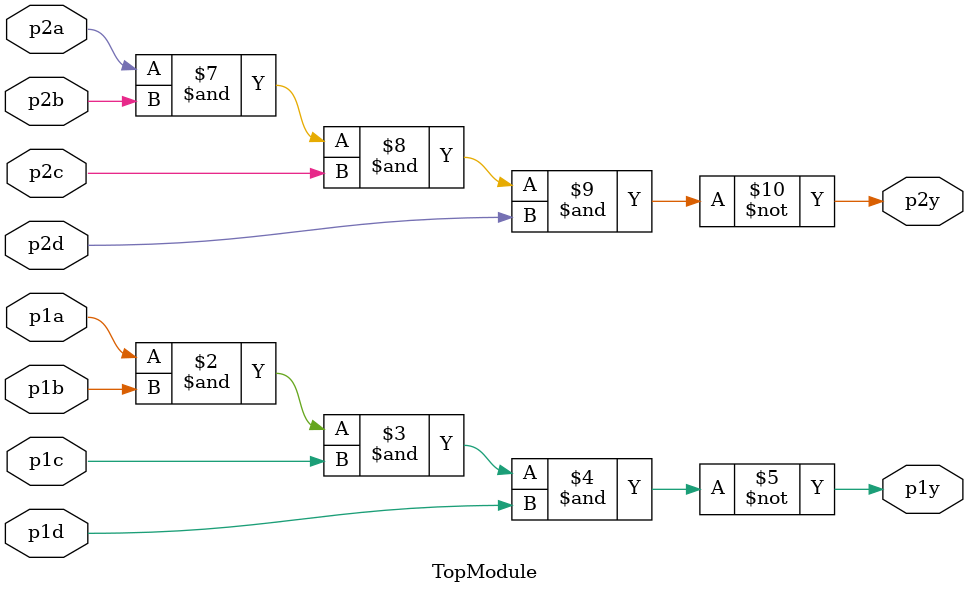
<source format=sv>

module TopModule (
  input p1a,
  input p1b,
  input p1c,
  input p1d,
  output p1y,
  input p2a,
  input p2b,
  input p2c,
  input p2d,
  output p2y
);
assign p1y = ~(&p1a & p1b & p1c & p1d);
assign p2y = ~(&p2a & p2b & p2c & p2d);

endmodule

</source>
